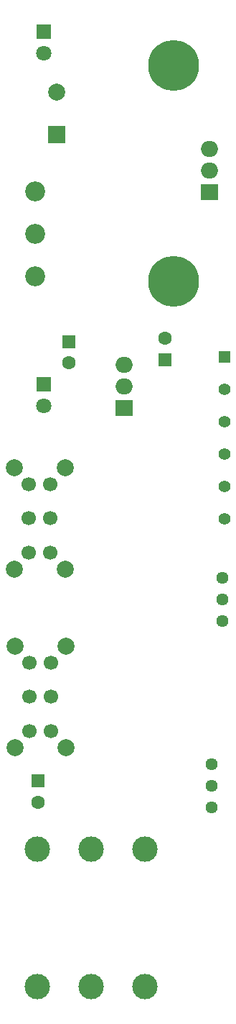
<source format=gbr>
%TF.GenerationSoftware,KiCad,Pcbnew,8.0.1*%
%TF.CreationDate,2024-07-30T21:31:35-05:00*%
%TF.ProjectId,expression-pedal-to-pwm,65787072-6573-4736-996f-6e2d70656461,rev?*%
%TF.SameCoordinates,Original*%
%TF.FileFunction,Soldermask,Bot*%
%TF.FilePolarity,Negative*%
%FSLAX46Y46*%
G04 Gerber Fmt 4.6, Leading zero omitted, Abs format (unit mm)*
G04 Created by KiCad (PCBNEW 8.0.1) date 2024-07-30 21:31:35*
%MOMM*%
%LPD*%
G01*
G04 APERTURE LIST*
%ADD10C,2.340000*%
%ADD11R,2.000000X2.000000*%
%ADD12C,2.000000*%
%ADD13R,1.400000X1.400000*%
%ADD14C,1.400000*%
%ADD15C,1.440000*%
%ADD16C,6.000000*%
%ADD17R,1.800000X1.800000*%
%ADD18C,1.800000*%
%ADD19C,3.000000*%
%ADD20R,2.000000X1.905000*%
%ADD21O,2.000000X1.905000*%
%ADD22R,1.600000X1.600000*%
%ADD23C,1.600000*%
%ADD24C,1.700000*%
G04 APERTURE END LIST*
D10*
%TO.C,RV3*%
X113000000Y-96000000D03*
X113000000Y-101000000D03*
X113000000Y-106000000D03*
%TD*%
D11*
%TO.C,C11*%
X115500000Y-89367677D03*
D12*
X115500000Y-84367677D03*
%TD*%
D13*
%TO.C,J5*%
X135355000Y-115475000D03*
D14*
X135355000Y-119285000D03*
X135355000Y-123095000D03*
X135355000Y-126905000D03*
X135355000Y-130715000D03*
X135355000Y-134525000D03*
%TD*%
D15*
%TO.C,RV2*%
X135100000Y-146600000D03*
X135100000Y-144060000D03*
X135100000Y-141520000D03*
%TD*%
D16*
%TO.C,HS1*%
X129300000Y-81200000D03*
X129300000Y-106600000D03*
%TD*%
D17*
%TO.C,D9*%
X114000000Y-77250000D03*
D18*
X114000000Y-79790000D03*
%TD*%
D19*
%TO.C,J4*%
X119625000Y-189615000D03*
X119625000Y-173385000D03*
X113275000Y-189615000D03*
X113275000Y-173385000D03*
X125975000Y-189615000D03*
X125975000Y-173385000D03*
%TD*%
D20*
%TO.C,Q1*%
X133590000Y-96100000D03*
D21*
X133590000Y-93560000D03*
X133590000Y-91020000D03*
%TD*%
D22*
%TO.C,C9*%
X113300000Y-165394888D03*
D23*
X113300000Y-167894888D03*
%TD*%
D12*
%TO.C,SW2*%
X116582500Y-149500000D03*
X110582500Y-149500000D03*
X116582500Y-161500000D03*
X110582500Y-161500000D03*
D24*
X114832500Y-151500000D03*
X114832500Y-155500000D03*
X114832500Y-159500000D03*
X112332500Y-151500000D03*
X112332500Y-155500000D03*
X112332500Y-159500000D03*
%TD*%
D22*
%TO.C,C1*%
X128300000Y-115805113D03*
D23*
X128300000Y-113305113D03*
%TD*%
D12*
%TO.C,SW1*%
X116500000Y-128500000D03*
X110500000Y-128500000D03*
X116500000Y-140500000D03*
X110500000Y-140500000D03*
D24*
X114750000Y-130500000D03*
X114750000Y-134500000D03*
X114750000Y-138500000D03*
X112250000Y-130500000D03*
X112250000Y-134500000D03*
X112250000Y-138500000D03*
%TD*%
D20*
%TO.C,U2*%
X123500000Y-121500000D03*
D21*
X123500000Y-118960000D03*
X123500000Y-116420000D03*
%TD*%
D15*
%TO.C,RV1*%
X133800000Y-163460000D03*
X133800000Y-166000000D03*
X133800000Y-168540000D03*
%TD*%
D17*
%TO.C,D8*%
X114000000Y-118750000D03*
D18*
X114000000Y-121290000D03*
%TD*%
D22*
%TO.C,C3*%
X117000000Y-113700000D03*
D23*
X117000000Y-116200000D03*
%TD*%
M02*

</source>
